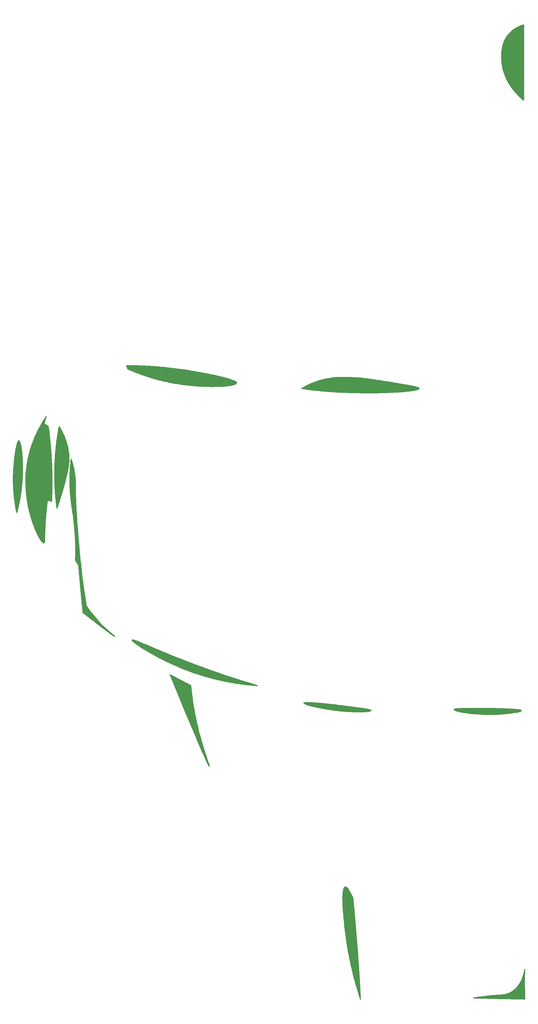
<source format=gbr>
%TF.GenerationSoftware,KiCad,Pcbnew,(6.0.2)*%
%TF.CreationDate,2022-04-02T19:10:38-07:00*%
%TF.ProjectId,DaftPunkTopLayerLeftBoard,44616674-5075-46e6-9b54-6f704c617965,rev?*%
%TF.SameCoordinates,Original*%
%TF.FileFunction,Legend,Top*%
%TF.FilePolarity,Positive*%
%FSLAX46Y46*%
G04 Gerber Fmt 4.6, Leading zero omitted, Abs format (unit mm)*
G04 Created by KiCad (PCBNEW (6.0.2)) date 2022-04-02 19:10:38*
%MOMM*%
%LPD*%
G01*
G04 APERTURE LIST*
%ADD10C,0.350000*%
%ADD11C,0.150000*%
G04 APERTURE END LIST*
D10*
X104363889Y-281668334D02*
X104101854Y-281362686D01*
X103848577Y-281060800D01*
X103603998Y-280763044D01*
X103368057Y-280469783D01*
X103140694Y-280181386D01*
X102921851Y-279898220D01*
X102609429Y-279484080D01*
X102315841Y-279083774D01*
X102040886Y-278698541D01*
X101784363Y-278329620D01*
X101546072Y-277978249D01*
X101325811Y-277645669D01*
X101188889Y-277435000D01*
X87425000Y-218513888D02*
X87535241Y-218128036D01*
X87645484Y-217742186D01*
X87755728Y-217356336D01*
X87865972Y-216970486D01*
X87976215Y-216584636D01*
X88086458Y-216198784D01*
X88130555Y-216044444D01*
X101188889Y-277435000D02*
X101123612Y-277056575D01*
X101059855Y-276682638D01*
X100997604Y-276313259D01*
X100936842Y-275948512D01*
X100877554Y-275588468D01*
X100819725Y-275233201D01*
X100763339Y-274882782D01*
X100654836Y-274196780D01*
X100551922Y-273531043D01*
X100454473Y-272886148D01*
X100362367Y-272262677D01*
X100275480Y-271661207D01*
X100193690Y-271082320D01*
X100116873Y-270526593D01*
X100044907Y-269994607D01*
X99977667Y-269486942D01*
X99915031Y-269004176D01*
X99856877Y-268546889D01*
X99803080Y-268115661D01*
X99777778Y-267910000D01*
D11*
X88000000Y-216400000D02*
X87966837Y-216445918D01*
X87966837Y-216445918D02*
X87500000Y-218500000D01*
X87500000Y-218500000D02*
X88100000Y-218600000D01*
X88100000Y-218600000D02*
X88600000Y-218866666D01*
X88600000Y-218866666D02*
X88836111Y-219219444D01*
X88836111Y-219219444D02*
X89300000Y-223000000D01*
X89300000Y-223000000D02*
X89700000Y-227500000D01*
X89700000Y-227500000D02*
X90000000Y-231600000D01*
X90000000Y-231600000D02*
X90100000Y-236700000D01*
X90100000Y-236700000D02*
X89900000Y-243400000D01*
X89900000Y-243400000D02*
X89500000Y-243300000D01*
X89500000Y-243300000D02*
X89000000Y-243200000D01*
X89000000Y-243200000D02*
X88700000Y-243300000D01*
X88700000Y-243300000D02*
X88483333Y-243561111D01*
X88483333Y-243561111D02*
X88200000Y-246300000D01*
X88200000Y-246300000D02*
X87900000Y-249600000D01*
X87900000Y-249600000D02*
X87700000Y-252700000D01*
X87700000Y-252700000D02*
X87700000Y-255300000D01*
X87700000Y-255300000D02*
X87600000Y-256500000D01*
X87600000Y-256500000D02*
X87500000Y-256800000D01*
X87500000Y-256800000D02*
X87425000Y-256966666D01*
X87425000Y-256966666D02*
X87100000Y-256800000D01*
X87100000Y-256800000D02*
X86600000Y-256300000D01*
X86600000Y-256300000D02*
X85400000Y-254300000D01*
X85400000Y-254300000D02*
X84300000Y-251600000D01*
X84300000Y-251600000D02*
X83400000Y-249300000D01*
X83400000Y-249300000D02*
X82700000Y-246700000D01*
X82700000Y-246700000D02*
X81900000Y-242600000D01*
X81900000Y-242600000D02*
X81600000Y-239100000D01*
X81600000Y-239100000D02*
X81600000Y-235100000D01*
X81600000Y-235100000D02*
X81700000Y-233600000D01*
X81700000Y-233600000D02*
X82100000Y-230600000D01*
X82100000Y-230600000D02*
X82500000Y-228900000D01*
X82500000Y-228900000D02*
X83200000Y-226300000D01*
X83200000Y-226300000D02*
X84000000Y-223800000D01*
X84000000Y-223800000D02*
X84800000Y-221900000D01*
X84800000Y-221900000D02*
X85800000Y-220100000D01*
X85800000Y-220100000D02*
X86700000Y-218200000D01*
X86700000Y-218200000D02*
X87966837Y-216445918D01*
X87966837Y-216445918D02*
X88000000Y-216300000D01*
X88000000Y-216300000D02*
X88000000Y-216400000D01*
G36*
X88000000Y-216400000D02*
G01*
X87966837Y-216445918D01*
X87500000Y-218500000D01*
X88100000Y-218600000D01*
X88600000Y-218866666D01*
X88836111Y-219219444D01*
X89300000Y-223000000D01*
X89700000Y-227500000D01*
X90000000Y-231600000D01*
X90100000Y-236700000D01*
X89900000Y-243400000D01*
X89500000Y-243300000D01*
X89000000Y-243200000D01*
X88700000Y-243300000D01*
X88483333Y-243561111D01*
X88200000Y-246300000D01*
X87900000Y-249600000D01*
X87700000Y-252700000D01*
X87700000Y-255300000D01*
X87600000Y-256500000D01*
X87500000Y-256800000D01*
X87425000Y-256966666D01*
X87100000Y-256800000D01*
X86600000Y-256300000D01*
X85400000Y-254300000D01*
X84300000Y-251600000D01*
X83400000Y-249300000D01*
X82700000Y-246700000D01*
X81900000Y-242600000D01*
X81600000Y-239100000D01*
X81600000Y-235100000D01*
X81700000Y-233600000D01*
X82100000Y-230600000D01*
X82500000Y-228900000D01*
X83200000Y-226300000D01*
X84000000Y-223800000D01*
X84800000Y-221900000D01*
X85800000Y-220100000D01*
X86700000Y-218200000D01*
X87966837Y-216445918D01*
X88000000Y-216300000D01*
X88000000Y-216400000D01*
G37*
X88000000Y-216400000D02*
X87966837Y-216445918D01*
X87500000Y-218500000D01*
X88100000Y-218600000D01*
X88600000Y-218866666D01*
X88836111Y-219219444D01*
X89300000Y-223000000D01*
X89700000Y-227500000D01*
X90000000Y-231600000D01*
X90100000Y-236700000D01*
X89900000Y-243400000D01*
X89500000Y-243300000D01*
X89000000Y-243200000D01*
X88700000Y-243300000D01*
X88483333Y-243561111D01*
X88200000Y-246300000D01*
X87900000Y-249600000D01*
X87700000Y-252700000D01*
X87700000Y-255300000D01*
X87600000Y-256500000D01*
X87500000Y-256800000D01*
X87425000Y-256966666D01*
X87100000Y-256800000D01*
X86600000Y-256300000D01*
X85400000Y-254300000D01*
X84300000Y-251600000D01*
X83400000Y-249300000D01*
X82700000Y-246700000D01*
X81900000Y-242600000D01*
X81600000Y-239100000D01*
X81600000Y-235100000D01*
X81700000Y-233600000D01*
X82100000Y-230600000D01*
X82500000Y-228900000D01*
X83200000Y-226300000D01*
X84000000Y-223800000D01*
X84800000Y-221900000D01*
X85800000Y-220100000D01*
X86700000Y-218200000D01*
X87966837Y-216445918D01*
X88000000Y-216300000D01*
X88000000Y-216400000D01*
D10*
X243000000Y-89044444D02*
X243000000Y-89805121D01*
X243000000Y-90565798D01*
X243000000Y-91326475D01*
X243000000Y-92087152D01*
X243000000Y-92847829D01*
X243000000Y-93608506D01*
X243000000Y-94369183D01*
X243000000Y-95129860D01*
X243000000Y-95890537D01*
X243000000Y-96651214D01*
X243000000Y-97411892D01*
X243000000Y-98172569D01*
X243000000Y-98933246D01*
X243000000Y-99693923D01*
X243000000Y-100454600D01*
X243000000Y-101215277D01*
X243000000Y-101975954D01*
X243000000Y-102736631D01*
X243000000Y-103497308D01*
X243000000Y-104257985D01*
X243000000Y-105018662D01*
X243000000Y-105779340D01*
X243000000Y-106540017D01*
X243000000Y-107300694D01*
X243000000Y-108061371D01*
X243000000Y-108822048D01*
X243000000Y-109582725D01*
X243000000Y-110343402D01*
X243000000Y-111104079D01*
X243000000Y-111864756D01*
X243000000Y-112625433D01*
X243000000Y-113386111D01*
X92363889Y-219219444D02*
X92297588Y-219576988D01*
X92232139Y-219938750D01*
X92167601Y-220304702D01*
X92104030Y-220674820D01*
X92041485Y-221049077D01*
X91980024Y-221427448D01*
X91919705Y-221809908D01*
X91860587Y-222196430D01*
X91802727Y-222586989D01*
X91746183Y-222981559D01*
X91691014Y-223380115D01*
X91637277Y-223782631D01*
X91585031Y-224189081D01*
X91534333Y-224599439D01*
X91485242Y-225013681D01*
X91437815Y-225431780D01*
X91392112Y-225853710D01*
X91348189Y-226279446D01*
X91306105Y-226708963D01*
X91265918Y-227142234D01*
X91227686Y-227579234D01*
X91191468Y-228019937D01*
X91157320Y-228464318D01*
X91125302Y-228912351D01*
X91095471Y-229364009D01*
X91067886Y-229819269D01*
X91042603Y-230278103D01*
X91019683Y-230740487D01*
X90999182Y-231206394D01*
X90981158Y-231675799D01*
X90965670Y-232148676D01*
X90952777Y-232625000D01*
X243400000Y-404780555D02*
X242856542Y-404769531D01*
X242315354Y-404758507D01*
X241776364Y-404747483D01*
X241239498Y-404736459D01*
X240704682Y-404725435D01*
X240171844Y-404714411D01*
X239640910Y-404703387D01*
X239111807Y-404692362D01*
X238584462Y-404681338D01*
X238058801Y-404670313D01*
X237534752Y-404659289D01*
X237012240Y-404648264D01*
X236491194Y-404637240D01*
X235971539Y-404626215D01*
X235453202Y-404615191D01*
X234936111Y-404604166D01*
X234420191Y-404593141D01*
X233905370Y-404582117D01*
X233391574Y-404571092D01*
X232878731Y-404560067D01*
X232366766Y-404549043D01*
X231855607Y-404538018D01*
X231345181Y-404526994D01*
X230835414Y-404515969D01*
X230326233Y-404504945D01*
X229817564Y-404493921D01*
X229309336Y-404482896D01*
X228801473Y-404471872D01*
X228293904Y-404460848D01*
X227786554Y-404449824D01*
X227279351Y-404438800D01*
X226772222Y-404427777D01*
X91658333Y-245677777D02*
X91793986Y-245282100D01*
X91937838Y-244856464D01*
X92089178Y-244401680D01*
X92247296Y-243918557D01*
X92356123Y-243581131D01*
X92467437Y-243231711D01*
X92581028Y-242870535D01*
X92696684Y-242497845D01*
X92814195Y-242113880D01*
X92933352Y-241718880D01*
X93053943Y-241313085D01*
X93175759Y-240896736D01*
X93298588Y-240470071D01*
X93422222Y-240033333D01*
X96250000Y-229810000D02*
X96203434Y-230203521D01*
X96155179Y-230639598D01*
X96118600Y-230993441D01*
X96082248Y-231369350D01*
X96046630Y-231766526D01*
X96012251Y-232184165D01*
X95979616Y-232621467D01*
X95949229Y-233077630D01*
X95921596Y-233551853D01*
X95897222Y-234043334D01*
X134697222Y-295772222D02*
X135548811Y-296094944D01*
X136391433Y-296411481D01*
X137224901Y-296721861D01*
X138049027Y-297026116D01*
X138863624Y-297324274D01*
X139668502Y-297616367D01*
X140463475Y-297902425D01*
X141248355Y-298182477D01*
X142022955Y-298456554D01*
X142787085Y-298724686D01*
X143540560Y-298986903D01*
X144283190Y-299243236D01*
X145014789Y-299493714D01*
X145735168Y-299738368D01*
X146444140Y-299977227D01*
X147141517Y-300210323D01*
X147827112Y-300437684D01*
X148500735Y-300659342D01*
X149162201Y-300875327D01*
X149811321Y-301085668D01*
X150447907Y-301290395D01*
X151071772Y-301489540D01*
X151682728Y-301683132D01*
X152280587Y-301871201D01*
X152865161Y-302053778D01*
X153436263Y-302230892D01*
X153993705Y-302402573D01*
X154537299Y-302568853D01*
X155066858Y-302729761D01*
X155582193Y-302885327D01*
X156083118Y-303035582D01*
X156569444Y-303180555D01*
D11*
X93300000Y-220700000D02*
X94400000Y-223500000D01*
X94400000Y-223500000D02*
X95200000Y-226200000D01*
X95200000Y-226200000D02*
X95538889Y-228500000D01*
X95538889Y-228500000D02*
X95500000Y-230500000D01*
X95500000Y-230500000D02*
X95300000Y-232700000D01*
X95300000Y-232700000D02*
X94300000Y-236800000D01*
X94300000Y-236800000D02*
X92600000Y-242800000D01*
X92600000Y-242800000D02*
X92000000Y-244800000D01*
X92000000Y-244800000D02*
X91695204Y-245156834D01*
X91695204Y-245156834D02*
X91700000Y-245200000D01*
X91700000Y-245200000D02*
X91658333Y-245200000D01*
X91658333Y-245200000D02*
X91695204Y-245156834D01*
X91695204Y-245156834D02*
X91500000Y-243400000D01*
X91500000Y-243400000D02*
X91100000Y-240100000D01*
X91100000Y-240100000D02*
X91000000Y-236200000D01*
X91000000Y-236200000D02*
X90952777Y-232625000D01*
X90952777Y-232625000D02*
X91100000Y-229300000D01*
X91100000Y-229300000D02*
X91300000Y-226600000D01*
X91300000Y-226600000D02*
X91700000Y-223600000D01*
X91700000Y-223600000D02*
X92200000Y-220200000D01*
X92200000Y-220200000D02*
X92400000Y-219400000D01*
X92400000Y-219400000D02*
X93300000Y-220700000D01*
G36*
X93300000Y-220700000D02*
G01*
X94400000Y-223500000D01*
X95200000Y-226200000D01*
X95538889Y-228500000D01*
X95500000Y-230500000D01*
X95300000Y-232700000D01*
X94300000Y-236800000D01*
X92600000Y-242800000D01*
X92000000Y-244800000D01*
X91695204Y-245156834D01*
X91700000Y-245200000D01*
X91658333Y-245200000D01*
X91695204Y-245156834D01*
X91500000Y-243400000D01*
X91100000Y-240100000D01*
X91000000Y-236200000D01*
X90952777Y-232625000D01*
X91100000Y-229300000D01*
X91300000Y-226600000D01*
X91700000Y-223600000D01*
X92200000Y-220200000D01*
X92400000Y-219400000D01*
X93300000Y-220700000D01*
G37*
X93300000Y-220700000D02*
X94400000Y-223500000D01*
X95200000Y-226200000D01*
X95538889Y-228500000D01*
X95500000Y-230500000D01*
X95300000Y-232700000D01*
X94300000Y-236800000D01*
X92600000Y-242800000D01*
X92000000Y-244800000D01*
X91695204Y-245156834D01*
X91700000Y-245200000D01*
X91658333Y-245200000D01*
X91695204Y-245156834D01*
X91500000Y-243400000D01*
X91100000Y-240100000D01*
X91000000Y-236200000D01*
X90952777Y-232625000D01*
X91100000Y-229300000D01*
X91300000Y-226600000D01*
X91700000Y-223600000D01*
X92200000Y-220200000D01*
X92400000Y-219400000D01*
X93300000Y-220700000D01*
D10*
X87425000Y-256966666D02*
X87610076Y-256624888D01*
X87651210Y-256225020D01*
X87667081Y-255865864D01*
X87677523Y-255428689D01*
X87685803Y-254910106D01*
X87695187Y-254306723D01*
X87708944Y-253615150D01*
X87718482Y-253235232D01*
X87730339Y-252831995D01*
X87744922Y-252405016D01*
X87762640Y-251953869D01*
X87783901Y-251478132D01*
X87809114Y-250977381D01*
X87838687Y-250451191D01*
X87873028Y-249899139D01*
X87912546Y-249320800D01*
X87957649Y-248715752D01*
X88008746Y-248083571D01*
X88066245Y-247423831D01*
X88130555Y-246736111D01*
X232416666Y-403722222D02*
X233063411Y-403667956D01*
X233656407Y-403622540D01*
X234200032Y-403583738D01*
X234698664Y-403549314D01*
X235156682Y-403517033D01*
X235578465Y-403484658D01*
X235968392Y-403449954D01*
X236330841Y-403410685D01*
X236832571Y-403338331D01*
X237297106Y-403243128D01*
X237739224Y-403117532D01*
X238173702Y-402953996D01*
X238615319Y-402744974D01*
X238766666Y-402663888D01*
D11*
X128500000Y-299700000D02*
X135050000Y-303180555D01*
X135050000Y-303180555D02*
X135600000Y-308100000D01*
X135600000Y-308100000D02*
X136400000Y-312500000D01*
X136400000Y-312500000D02*
X137400000Y-317200000D01*
X137400000Y-317200000D02*
X138800000Y-322300000D01*
X138800000Y-322300000D02*
X140000000Y-326000000D01*
X140000000Y-326000000D02*
X140900000Y-328800000D01*
X140900000Y-328800000D02*
X140300000Y-328000000D01*
X140300000Y-328000000D02*
X137300000Y-321200000D01*
X137300000Y-321200000D02*
X133600000Y-312300000D01*
X133600000Y-312300000D02*
X128347222Y-299500000D01*
X128347222Y-299500000D02*
X128500000Y-299700000D01*
G36*
X128500000Y-299700000D02*
G01*
X135050000Y-303180555D01*
X135600000Y-308100000D01*
X136400000Y-312500000D01*
X137400000Y-317200000D01*
X138800000Y-322300000D01*
X140000000Y-326000000D01*
X140900000Y-328800000D01*
X140300000Y-328000000D01*
X137300000Y-321200000D01*
X133600000Y-312300000D01*
X128347222Y-299500000D01*
X128500000Y-299700000D01*
G37*
X128500000Y-299700000D02*
X135050000Y-303180555D01*
X135600000Y-308100000D01*
X136400000Y-312500000D01*
X137400000Y-317200000D01*
X138800000Y-322300000D01*
X140000000Y-326000000D01*
X140900000Y-328800000D01*
X140300000Y-328000000D01*
X137300000Y-321200000D01*
X133600000Y-312300000D01*
X128347222Y-299500000D01*
X128500000Y-299700000D01*
D10*
X97308333Y-234043334D02*
X97221235Y-233545017D01*
X97128267Y-233065781D01*
X97030591Y-232606285D01*
X96929372Y-232167190D01*
X96825775Y-231749156D01*
X96720963Y-231352843D01*
X96616101Y-230978913D01*
X96512355Y-230628025D01*
X96377771Y-230197161D01*
X96250000Y-229810000D01*
X133991666Y-298241666D02*
X133045733Y-297875931D01*
X132113021Y-297501707D01*
X131194683Y-297120212D01*
X130291873Y-296732662D01*
X129405743Y-296340274D01*
X128537447Y-295944265D01*
X127688139Y-295545853D01*
X126858972Y-295146253D01*
X126051099Y-294746684D01*
X125265673Y-294348361D01*
X124503849Y-293952503D01*
X123766779Y-293560326D01*
X123055617Y-293173046D01*
X122371516Y-292791881D01*
X121715629Y-292418048D01*
X121089111Y-292052764D01*
X120493113Y-291697246D01*
X119928790Y-291352710D01*
X119397296Y-291020374D01*
X118899782Y-290701454D01*
X118437404Y-290397168D01*
X118011313Y-290108733D01*
X117622664Y-289837365D01*
X117272610Y-289584281D01*
X116962305Y-289350699D01*
X116465551Y-288946907D01*
X116141632Y-288635724D01*
X116000000Y-288363888D01*
X156569444Y-303180555D02*
X156040555Y-303140984D01*
X155497564Y-303096849D01*
X154940740Y-303047865D01*
X154370353Y-302993748D01*
X153786675Y-302934215D01*
X153189976Y-302868981D01*
X152580526Y-302797762D01*
X151958596Y-302720274D01*
X151324456Y-302636234D01*
X150678377Y-302545358D01*
X150020630Y-302447360D01*
X149351485Y-302341959D01*
X148671213Y-302228869D01*
X147980084Y-302107806D01*
X147278368Y-301978487D01*
X146566337Y-301840628D01*
X145844261Y-301693944D01*
X145112410Y-301538152D01*
X144371055Y-301372967D01*
X143620466Y-301198107D01*
X142860915Y-301013286D01*
X142092671Y-300818221D01*
X141316005Y-300612628D01*
X140531188Y-300396222D01*
X139738489Y-300168721D01*
X138938181Y-299929839D01*
X138130533Y-299679293D01*
X137315816Y-299416800D01*
X136494300Y-299142074D01*
X135666256Y-298854832D01*
X134831954Y-298554791D01*
X133991666Y-298241666D01*
X138577777Y-321525000D02*
X138700741Y-321940879D01*
X138823331Y-322349112D01*
X138945287Y-322749346D01*
X139066351Y-323141226D01*
X139186267Y-323524398D01*
X139304775Y-323898510D01*
X139421619Y-324263207D01*
X139536539Y-324618136D01*
X139649279Y-324962942D01*
X139759580Y-325297272D01*
X139971835Y-325933090D01*
X140171239Y-326522758D01*
X140355732Y-327063448D01*
X140523247Y-327552328D01*
X140671724Y-327986569D01*
X140799099Y-328363341D01*
X140946080Y-328814553D01*
X141048940Y-329188613D01*
X141047222Y-329286111D01*
X180911111Y-207930555D02*
X180427829Y-207896910D01*
X179925253Y-207859920D01*
X179403688Y-207819375D01*
X178863435Y-207775061D01*
X178304800Y-207726767D01*
X177728085Y-207674281D01*
X177133594Y-207617391D01*
X176521631Y-207555884D01*
X175892498Y-207489550D01*
X175246500Y-207418176D01*
X174583940Y-207341549D01*
X173905121Y-207259459D01*
X173210348Y-207171694D01*
X172857073Y-207125616D01*
X172499923Y-207078040D01*
X172138936Y-207028939D01*
X171774150Y-206978287D01*
X171405603Y-206926056D01*
X171033333Y-206872222D01*
X226772222Y-404427777D02*
X227208258Y-404358606D01*
X227634365Y-404293362D01*
X228050292Y-404231920D01*
X228455788Y-404174156D01*
X228850602Y-404119943D01*
X229234482Y-404069156D01*
X229607177Y-404021672D01*
X229968436Y-403977363D01*
X230318007Y-403936105D01*
X230819902Y-403879666D01*
X231294087Y-403829388D01*
X231739715Y-403784849D01*
X232155938Y-403745625D01*
X232416666Y-403722222D01*
X198902777Y-204755555D02*
X199533287Y-204858508D01*
X200143778Y-204958275D01*
X200734247Y-205054936D01*
X201304690Y-205148573D01*
X201855103Y-205239267D01*
X202385484Y-205327099D01*
X202895829Y-205412150D01*
X203386136Y-205494501D01*
X203856400Y-205574234D01*
X204306619Y-205651430D01*
X204736789Y-205726170D01*
X205146907Y-205798536D01*
X205536969Y-205868608D01*
X205906973Y-205936468D01*
X206256916Y-206002196D01*
X206896602Y-206127585D01*
X207456003Y-206245424D01*
X207935091Y-206356363D01*
X208333841Y-206461052D01*
X208781275Y-206607786D01*
X209096427Y-206787620D01*
X209133333Y-206872222D01*
X189025000Y-388200000D02*
X188985765Y-387682810D01*
X188946203Y-387166263D01*
X188906314Y-386650360D01*
X188866101Y-386135102D01*
X188825564Y-385620489D01*
X188784706Y-385106522D01*
X188743526Y-384593201D01*
X188702027Y-384080527D01*
X188660211Y-383568502D01*
X188618078Y-383057124D01*
X188575629Y-382546396D01*
X188532867Y-382036318D01*
X188489793Y-381526890D01*
X188446408Y-381018113D01*
X188402713Y-380509988D01*
X188358710Y-380002516D01*
X188314400Y-379495696D01*
X188269785Y-378989530D01*
X188224866Y-378484019D01*
X188179644Y-377979163D01*
X188134121Y-377474962D01*
X188088299Y-376971418D01*
X188042177Y-376468531D01*
X187995759Y-375966301D01*
X187949046Y-375464730D01*
X187902038Y-374963818D01*
X187854737Y-374463566D01*
X187807144Y-373963973D01*
X187759262Y-373465042D01*
X187711091Y-372966773D01*
X187662633Y-372469166D01*
X187613889Y-371972222D01*
X171738889Y-308825000D02*
X172200087Y-308686330D01*
X172716634Y-308668656D01*
X173392818Y-308680781D01*
X173783510Y-308696930D01*
X174205394Y-308719223D01*
X174655564Y-308747225D01*
X175131114Y-308780501D01*
X175629140Y-308818615D01*
X176146734Y-308861133D01*
X176680992Y-308907619D01*
X177229008Y-308957638D01*
X177787876Y-309010755D01*
X178354690Y-309066535D01*
X178926544Y-309124542D01*
X179500533Y-309184341D01*
X180073751Y-309245498D01*
X180643292Y-309307577D01*
X181206251Y-309370142D01*
X181759721Y-309432759D01*
X182300798Y-309494993D01*
X182826575Y-309556408D01*
X183334146Y-309616568D01*
X183820606Y-309675040D01*
X184283050Y-309731388D01*
X184718571Y-309785176D01*
X185124263Y-309835969D01*
X185497222Y-309883333D01*
D11*
X243000000Y-113200000D02*
X242800000Y-113400000D01*
X242800000Y-113400000D02*
X242800000Y-113386111D01*
X242800000Y-113386111D02*
X241700000Y-112300000D01*
X241700000Y-112300000D02*
X239825000Y-110211111D01*
X239825000Y-110211111D02*
X238100000Y-107700000D01*
X238100000Y-107700000D02*
X236800000Y-105100000D01*
X236800000Y-105100000D02*
X236300000Y-103300000D01*
X236300000Y-103300000D02*
X235900000Y-100900000D01*
X235900000Y-100900000D02*
X235944444Y-98600000D01*
X235944444Y-98600000D02*
X236100000Y-96300000D01*
X236100000Y-96300000D02*
X236800000Y-94200000D01*
X236800000Y-94200000D02*
X237900000Y-92400000D01*
X237900000Y-92400000D02*
X239300000Y-91100000D01*
X239300000Y-91100000D02*
X240400000Y-90100000D01*
X240400000Y-90100000D02*
X242400000Y-89300000D01*
X242400000Y-89300000D02*
X243000000Y-89044444D01*
X243000000Y-89044444D02*
X243000000Y-113200000D01*
G36*
X243000000Y-113200000D02*
G01*
X242800000Y-113400000D01*
X242800000Y-113386111D01*
X241700000Y-112300000D01*
X239825000Y-110211111D01*
X238100000Y-107700000D01*
X236800000Y-105100000D01*
X236300000Y-103300000D01*
X235900000Y-100900000D01*
X235944444Y-98600000D01*
X236100000Y-96300000D01*
X236800000Y-94200000D01*
X237900000Y-92400000D01*
X239300000Y-91100000D01*
X240400000Y-90100000D01*
X242400000Y-89300000D01*
X243000000Y-89044444D01*
X243000000Y-113200000D01*
G37*
X243000000Y-113200000D02*
X242800000Y-113400000D01*
X242800000Y-113386111D01*
X241700000Y-112300000D01*
X239825000Y-110211111D01*
X238100000Y-107700000D01*
X236800000Y-105100000D01*
X236300000Y-103300000D01*
X235900000Y-100900000D01*
X235944444Y-98600000D01*
X236100000Y-96300000D01*
X236800000Y-94200000D01*
X237900000Y-92400000D01*
X239300000Y-91100000D01*
X240400000Y-90100000D01*
X242400000Y-89300000D01*
X243000000Y-89044444D01*
X243000000Y-113200000D01*
D10*
X242294444Y-311294444D02*
X241856056Y-311083651D01*
X241354833Y-310996266D01*
X240701095Y-310919888D01*
X240325354Y-310885592D01*
X239921470Y-310853766D01*
X239492771Y-310824318D01*
X239042586Y-310797152D01*
X238574244Y-310772176D01*
X238091073Y-310749295D01*
X237596401Y-310728416D01*
X237093558Y-310709445D01*
X236585871Y-310692288D01*
X236076669Y-310676852D01*
X235569281Y-310663042D01*
X235067036Y-310650765D01*
X234573261Y-310639927D01*
X234091286Y-310630435D01*
X233624438Y-310622195D01*
X233176047Y-310615112D01*
X232749441Y-310609094D01*
X232347949Y-310604046D01*
X231974898Y-310599875D01*
X231327438Y-310593788D01*
X230833688Y-310590082D01*
X230652777Y-310588888D01*
X182675000Y-311294444D02*
X182151234Y-311234076D01*
X181629526Y-311169335D01*
X181110844Y-311100550D01*
X180596157Y-311028049D01*
X180086433Y-310952161D01*
X179582640Y-310873216D01*
X179085748Y-310791543D01*
X178596724Y-310707470D01*
X178116538Y-310621325D01*
X177646157Y-310533439D01*
X177186550Y-310444140D01*
X176738686Y-310353757D01*
X176303533Y-310262619D01*
X175882060Y-310171055D01*
X175475235Y-310079394D01*
X175084027Y-309987964D01*
X174709405Y-309897095D01*
X174352336Y-309807115D01*
X173694733Y-309631140D01*
X173118968Y-309462670D01*
X172632789Y-309304337D01*
X172243943Y-309158772D01*
X171860124Y-308970121D01*
X171738889Y-308825000D01*
X88130555Y-216044444D02*
X87923669Y-216352036D01*
X87710802Y-216675017D01*
X87492606Y-217013277D01*
X87269733Y-217366705D01*
X87042836Y-217735194D01*
X86812568Y-218118633D01*
X86579582Y-218516914D01*
X86344529Y-218929927D01*
X86108064Y-219357563D01*
X85870839Y-219799713D01*
X85633505Y-220256267D01*
X85396717Y-220727116D01*
X85161127Y-221212150D01*
X84927387Y-221711262D01*
X84696150Y-222224340D01*
X84468068Y-222751277D01*
X84243796Y-223291962D01*
X84023984Y-223846287D01*
X83809286Y-224414142D01*
X83600355Y-224995418D01*
X83397843Y-225590005D01*
X83202404Y-226197794D01*
X83014688Y-226818677D01*
X82835350Y-227452543D01*
X82665042Y-228099284D01*
X82504417Y-228758790D01*
X82354128Y-229430952D01*
X82214826Y-230115661D01*
X82087165Y-230812807D01*
X81971798Y-231522281D01*
X81869377Y-232243974D01*
X81780555Y-232977777D01*
X99777778Y-267910000D02*
X99683336Y-267126168D01*
X99587904Y-266308902D01*
X99491764Y-265460770D01*
X99395196Y-264584340D01*
X99298483Y-263682181D01*
X99201905Y-262756860D01*
X99105746Y-261810945D01*
X99010285Y-260847006D01*
X98915805Y-259867610D01*
X98822588Y-258875325D01*
X98730914Y-257872719D01*
X98641066Y-256862361D01*
X98553325Y-255846819D01*
X98467972Y-254828661D01*
X98385290Y-253810455D01*
X98305560Y-252794770D01*
X98229064Y-251784173D01*
X98156082Y-250781233D01*
X98086897Y-249788518D01*
X98021790Y-248808597D01*
X97961043Y-247844036D01*
X97904938Y-246897405D01*
X97853755Y-245971272D01*
X97807777Y-245068205D01*
X97767286Y-244190772D01*
X97732562Y-243341541D01*
X97703887Y-242523080D01*
X97681544Y-241737959D01*
X97665812Y-240988744D01*
X97656976Y-240278004D01*
X97655314Y-239608308D01*
X97661111Y-238982223D01*
X97661111Y-262400000D02*
X97823594Y-262752343D01*
X98019043Y-263133996D01*
X98202958Y-263458886D01*
X98403868Y-263786718D01*
X98603896Y-264103649D01*
X98719445Y-264300000D01*
X220422222Y-310941666D02*
X220751917Y-311190087D01*
X221160421Y-311336982D01*
X221717748Y-311492764D01*
X222413688Y-311652755D01*
X222810447Y-311732867D01*
X223238030Y-311812278D01*
X223695161Y-311890402D01*
X224180563Y-311966656D01*
X224692960Y-312040454D01*
X225231077Y-312111211D01*
X225793635Y-312178344D01*
X226379361Y-312241267D01*
X226986976Y-312299396D01*
X227615204Y-312352146D01*
X228262770Y-312398932D01*
X228928397Y-312439170D01*
X229610808Y-312472275D01*
X230308727Y-312497663D01*
X231020879Y-312514749D01*
X231745986Y-312522948D01*
X232482772Y-312521675D01*
X233229961Y-312510346D01*
X233986277Y-312488377D01*
X234750443Y-312455182D01*
X235521184Y-312410176D01*
X236297222Y-312352777D01*
X80369444Y-236505555D02*
X80401818Y-235930393D01*
X80428106Y-235353982D01*
X80448493Y-234777598D01*
X80463167Y-234202515D01*
X80472312Y-233630008D01*
X80476117Y-233061353D01*
X80474767Y-232497825D01*
X80468449Y-231940699D01*
X80457350Y-231391249D01*
X80441655Y-230850752D01*
X80421551Y-230320482D01*
X80397224Y-229801714D01*
X80368862Y-229295723D01*
X80336650Y-228803786D01*
X80300775Y-228327176D01*
X80261424Y-227867169D01*
X80218782Y-227425040D01*
X80173036Y-227002064D01*
X80124374Y-226599516D01*
X80072980Y-226218672D01*
X80019042Y-225860806D01*
X79904278Y-225219111D01*
X79781573Y-224684631D01*
X79652420Y-224267569D01*
X79449861Y-223884446D01*
X79311111Y-223805555D01*
X135050000Y-303180555D02*
X135090979Y-303604976D01*
X135134976Y-304040543D01*
X135182136Y-304487102D01*
X135232605Y-304944497D01*
X135286527Y-305412576D01*
X135344047Y-305891183D01*
X135405311Y-306380165D01*
X135470463Y-306879366D01*
X135539649Y-307388633D01*
X135613013Y-307907811D01*
X135690701Y-308436747D01*
X135772857Y-308975285D01*
X135859628Y-309523272D01*
X135951157Y-310080552D01*
X136047589Y-310646973D01*
X136149071Y-311222379D01*
X136255746Y-311806616D01*
X136367761Y-312399530D01*
X136485259Y-313000967D01*
X136608386Y-313610773D01*
X136737288Y-314228792D01*
X136872108Y-314854871D01*
X137012993Y-315488855D01*
X137160087Y-316130591D01*
X137313535Y-316779923D01*
X137473483Y-317436698D01*
X137640075Y-318100761D01*
X137813456Y-318771958D01*
X137993772Y-319450135D01*
X138181167Y-320135137D01*
X138375787Y-320826810D01*
X138577777Y-321525000D01*
D11*
X243400000Y-404780555D02*
X232700000Y-404600000D01*
X232700000Y-404600000D02*
X227600000Y-404400000D01*
X227600000Y-404400000D02*
X228700000Y-404200000D01*
X228700000Y-404200000D02*
X230900000Y-403900000D01*
X230900000Y-403900000D02*
X234000000Y-403600000D01*
X234000000Y-403600000D02*
X235700000Y-403600000D01*
X235700000Y-403600000D02*
X236500000Y-403400000D01*
X236500000Y-403400000D02*
X237700000Y-403200000D01*
X237700000Y-403200000D02*
X238600000Y-402800000D01*
X238600000Y-402800000D02*
X239700000Y-402100000D01*
X239700000Y-402100000D02*
X240800000Y-401200000D01*
X240800000Y-401200000D02*
X241500000Y-400200000D01*
X241500000Y-400200000D02*
X242300000Y-399000000D01*
X242300000Y-399000000D02*
X242800000Y-397400000D01*
X242800000Y-397400000D02*
X243400000Y-395200000D01*
X243400000Y-395200000D02*
X243400000Y-404780555D01*
G36*
X243400000Y-404780555D02*
G01*
X232700000Y-404600000D01*
X227600000Y-404400000D01*
X228700000Y-404200000D01*
X230900000Y-403900000D01*
X234000000Y-403600000D01*
X235700000Y-403600000D01*
X236500000Y-403400000D01*
X237700000Y-403200000D01*
X238600000Y-402800000D01*
X239700000Y-402100000D01*
X240800000Y-401200000D01*
X241500000Y-400200000D01*
X242300000Y-399000000D01*
X242800000Y-397400000D01*
X243400000Y-395200000D01*
X243400000Y-404780555D01*
G37*
X243400000Y-404780555D02*
X232700000Y-404600000D01*
X227600000Y-404400000D01*
X228700000Y-404200000D01*
X230900000Y-403900000D01*
X234000000Y-403600000D01*
X235700000Y-403600000D01*
X236500000Y-403400000D01*
X237700000Y-403200000D01*
X238600000Y-402800000D01*
X239700000Y-402100000D01*
X240800000Y-401200000D01*
X241500000Y-400200000D01*
X242300000Y-399000000D01*
X242800000Y-397400000D01*
X243400000Y-395200000D01*
X243400000Y-404780555D01*
D10*
X99700000Y-275165000D02*
X99753720Y-275644630D01*
X99802813Y-276108057D01*
X99847924Y-276555993D01*
X99889697Y-276989148D01*
X99928778Y-277408235D01*
X99965814Y-277813965D01*
X100001448Y-278207050D01*
X100036328Y-278588200D01*
X100071097Y-278958128D01*
X100106402Y-279317544D01*
X100130556Y-279551667D01*
X179500000Y-203697222D02*
X179997441Y-203608406D01*
X180482016Y-203532038D01*
X180956127Y-203467357D01*
X181422177Y-203413604D01*
X181882572Y-203370020D01*
X182339715Y-203335845D01*
X182796009Y-203310318D01*
X183253859Y-203292681D01*
X183715668Y-203282174D01*
X184183840Y-203278036D01*
X184660779Y-203279510D01*
X185148889Y-203285833D01*
X185650573Y-203296248D01*
X186168235Y-203309995D01*
X186704280Y-203326313D01*
X187261111Y-203344444D01*
X95897222Y-234043334D02*
X95874212Y-234619343D01*
X95857525Y-235184604D01*
X95846893Y-235739318D01*
X95842043Y-236283690D01*
X95842705Y-236817923D01*
X95848608Y-237342222D01*
X95859483Y-237856790D01*
X95875058Y-238361831D01*
X95895064Y-238857549D01*
X95919228Y-239344146D01*
X95947282Y-239821828D01*
X95978953Y-240290798D01*
X96013973Y-240751260D01*
X96052069Y-241203416D01*
X96092972Y-241647472D01*
X96136411Y-242083632D01*
X96182116Y-242512097D01*
X96229815Y-242933073D01*
X96279239Y-243346764D01*
X96330116Y-243753372D01*
X96382177Y-244153102D01*
X96435150Y-244546158D01*
X96488766Y-244932743D01*
X96542753Y-245313061D01*
X96596840Y-245687315D01*
X96650759Y-246055711D01*
X96704237Y-246418450D01*
X96757004Y-246775738D01*
X96808790Y-247127777D01*
X96859325Y-247474772D01*
X96955556Y-248154445D01*
X141047222Y-329286111D02*
X140777585Y-328867823D01*
X140549206Y-328407379D01*
X140240169Y-327749879D01*
X140052948Y-327341076D01*
X139842615Y-326875620D01*
X139608188Y-326351050D01*
X139348686Y-325764901D01*
X139063125Y-325114712D01*
X138750523Y-324398020D01*
X138409899Y-323612361D01*
X138040269Y-322755273D01*
X137640651Y-321824293D01*
X137210064Y-320816959D01*
X136747524Y-319730807D01*
X136252050Y-318563375D01*
X135722659Y-317312200D01*
X135158369Y-315974820D01*
X134558198Y-314548771D01*
X133921163Y-313031590D01*
X133246282Y-311420816D01*
X132532572Y-309713984D01*
X131779052Y-307908633D01*
X130984740Y-306002300D01*
X130148652Y-303992521D01*
X129269807Y-301876834D01*
X128347222Y-299652777D01*
X193611111Y-311294444D02*
X193225702Y-311467970D01*
X192878390Y-311525932D01*
X192432210Y-311576004D01*
X191894829Y-311617290D01*
X191273915Y-311648891D01*
X190577135Y-311669910D01*
X190202692Y-311676171D01*
X189812158Y-311679449D01*
X189406491Y-311679633D01*
X188986651Y-311676610D01*
X188553595Y-311670269D01*
X188108282Y-311660496D01*
X187651670Y-311647179D01*
X187184719Y-311630208D01*
X186708386Y-311609468D01*
X186223629Y-311584848D01*
X185731408Y-311556236D01*
X185232681Y-311523520D01*
X184728406Y-311486587D01*
X184219542Y-311445325D01*
X183707048Y-311399622D01*
X183191880Y-311349366D01*
X182675000Y-311294444D01*
X79311111Y-223805555D02*
X79040716Y-224057907D01*
X78833297Y-224557656D01*
X78695213Y-225019858D01*
X78558776Y-225573580D01*
X78425265Y-226208789D01*
X78360006Y-226553815D01*
X78295957Y-226915449D01*
X78233280Y-227292438D01*
X78172133Y-227683526D01*
X78112676Y-228087460D01*
X78055068Y-228502985D01*
X77999471Y-228928847D01*
X77946043Y-229363792D01*
X77894944Y-229806565D01*
X77846335Y-230255911D01*
X77800374Y-230710577D01*
X77757222Y-231169309D01*
X77717038Y-231630851D01*
X77679983Y-232093949D01*
X77646215Y-232557350D01*
X77615896Y-233019798D01*
X77589184Y-233480040D01*
X77566239Y-233936822D01*
X77547222Y-234388888D01*
X114588889Y-200522222D02*
X114467622Y-200158419D01*
X114346352Y-199794617D01*
X114236111Y-199463888D01*
X239825000Y-110211111D02*
X239493645Y-109783207D01*
X239238170Y-109440711D01*
X238961436Y-109053217D01*
X238668924Y-108621394D01*
X238366119Y-108145912D01*
X238058502Y-107627443D01*
X237751556Y-107066656D01*
X237450765Y-106464221D01*
X237161612Y-105820810D01*
X237023113Y-105483947D01*
X236889579Y-105137091D01*
X236761696Y-104780326D01*
X236640150Y-104413736D01*
X236525624Y-104037405D01*
X236418806Y-103651415D01*
X236320380Y-103255852D01*
X236231032Y-102850798D01*
X236151447Y-102436338D01*
X236082310Y-102012556D01*
X236024307Y-101579535D01*
X235978123Y-101137358D01*
X235944444Y-100686111D01*
X187261111Y-203344444D02*
X187662602Y-203359133D01*
X188078412Y-203377814D01*
X188514790Y-203401731D01*
X188977986Y-203432130D01*
X189474249Y-203470254D01*
X190009826Y-203517349D01*
X190590969Y-203574660D01*
X191223926Y-203643431D01*
X191914945Y-203724907D01*
X192284182Y-203770799D01*
X192670277Y-203820333D01*
X193074013Y-203873667D01*
X193496170Y-203930955D01*
X193937530Y-203992353D01*
X194398874Y-204058016D01*
X194880983Y-204128100D01*
X195384637Y-204202761D01*
X195910619Y-204282155D01*
X196459709Y-204366437D01*
X197032689Y-204455762D01*
X197630339Y-204550286D01*
X198253442Y-204650165D01*
X198902777Y-204755555D01*
X93422222Y-240033333D02*
X93551252Y-239573502D01*
X93676189Y-239127762D01*
X93797037Y-238695606D01*
X93913800Y-238276531D01*
X94026481Y-237870031D01*
X94135084Y-237475602D01*
X94239612Y-237092738D01*
X94340068Y-236720933D01*
X94436457Y-236359685D01*
X94528782Y-236008486D01*
X94617046Y-235666833D01*
X94781406Y-235010143D01*
X94929567Y-234385575D01*
X95061557Y-233789088D01*
X95177404Y-233216643D01*
X95277136Y-232664201D01*
X95360782Y-232127721D01*
X95428371Y-231603163D01*
X95479930Y-231086488D01*
X95515489Y-230573656D01*
X95535076Y-230060627D01*
X95538889Y-229802777D01*
X209133333Y-206872222D02*
X208731681Y-207180527D01*
X208265784Y-207321654D01*
X207646637Y-207453870D01*
X207285095Y-207516583D01*
X206891840Y-207577004D01*
X206469072Y-207635113D01*
X206018991Y-207690887D01*
X205543798Y-207744305D01*
X205045690Y-207795347D01*
X204526870Y-207843990D01*
X203989536Y-207890214D01*
X203435888Y-207933996D01*
X202868127Y-207975317D01*
X202288451Y-208014154D01*
X201699062Y-208050486D01*
X201102158Y-208084292D01*
X200499940Y-208115550D01*
X199894607Y-208144240D01*
X199288360Y-208170339D01*
X198683399Y-208193827D01*
X198081922Y-208214682D01*
X197486131Y-208232884D01*
X196898224Y-208248409D01*
X196320402Y-208261239D01*
X195754865Y-208271350D01*
X195203812Y-208278721D01*
X194669444Y-208283333D01*
X241941666Y-399488888D02*
X242150276Y-399093011D01*
X242337053Y-398707560D01*
X242503319Y-398333954D01*
X242650396Y-397973610D01*
X242779607Y-397627945D01*
X242942818Y-397140075D01*
X243073269Y-396693209D01*
X243175423Y-396292133D01*
X243253745Y-395941632D01*
X243328815Y-395561241D01*
X243400000Y-395200000D01*
X89894444Y-243561111D02*
X89911207Y-243195680D01*
X89927065Y-242828121D01*
X89941998Y-242458444D01*
X89955991Y-242086659D01*
X89969025Y-241712775D01*
X89981083Y-241336803D01*
X89992147Y-240958753D01*
X90002200Y-240578634D01*
X90011223Y-240196457D01*
X90019201Y-239812231D01*
X90026114Y-239425967D01*
X90031946Y-239037674D01*
X90036679Y-238647362D01*
X90040295Y-238255041D01*
X90042777Y-237860722D01*
X90044108Y-237464414D01*
X90044269Y-237066126D01*
X90043243Y-236665870D01*
X90041013Y-236263655D01*
X90037561Y-235859491D01*
X90032870Y-235453387D01*
X90026921Y-235045355D01*
X90019698Y-234635403D01*
X90011183Y-234223541D01*
X90001359Y-233809781D01*
X89990207Y-233394131D01*
X89977711Y-232976601D01*
X89963852Y-232557203D01*
X89948613Y-232135944D01*
X89931977Y-231712836D01*
X89913927Y-231287888D01*
X89894444Y-230861111D01*
X132933333Y-200875000D02*
X133522276Y-200964231D01*
X134136317Y-201059929D01*
X134772561Y-201161726D01*
X135428112Y-201269253D01*
X136100075Y-201382140D01*
X136785553Y-201500019D01*
X137481653Y-201622520D01*
X138185478Y-201749275D01*
X138894132Y-201879915D01*
X139604721Y-202014071D01*
X140314349Y-202151373D01*
X141020120Y-202291454D01*
X141719139Y-202433944D01*
X142408511Y-202578475D01*
X143085340Y-202724676D01*
X143746731Y-202872181D01*
X144389787Y-203020618D01*
X145011615Y-203169620D01*
X145609317Y-203318818D01*
X146180000Y-203467842D01*
X146720766Y-203616325D01*
X147228722Y-203763896D01*
X147700971Y-203910187D01*
X148134618Y-204054829D01*
X148526767Y-204197453D01*
X148874524Y-204337691D01*
X149425276Y-204609529D01*
X149763711Y-204867394D01*
X149866666Y-205108333D01*
X193258333Y-208283333D02*
X192683197Y-208281609D01*
X192074508Y-208279324D01*
X191433841Y-208276018D01*
X190762768Y-208271230D01*
X190062864Y-208264499D01*
X189702591Y-208260262D01*
X189335701Y-208255366D01*
X188962390Y-208249754D01*
X188582855Y-208243369D01*
X188197292Y-208236153D01*
X187805898Y-208228048D01*
X187408870Y-208218997D01*
X187006405Y-208208942D01*
X186598698Y-208197826D01*
X186185948Y-208185592D01*
X185768350Y-208172181D01*
X185346102Y-208157536D01*
X184919400Y-208141599D01*
X184488440Y-208124314D01*
X184053420Y-208105621D01*
X183614537Y-208085465D01*
X183171986Y-208063787D01*
X182725965Y-208040529D01*
X182276670Y-208015635D01*
X181824298Y-207989046D01*
X181369046Y-207960705D01*
X180911111Y-207930555D01*
X98719445Y-264300000D02*
X98772296Y-264918326D01*
X98825721Y-265548408D01*
X98879839Y-266189461D01*
X98934765Y-266840703D01*
X98990620Y-267501348D01*
X99047520Y-268170615D01*
X99105584Y-268847718D01*
X99164930Y-269531875D01*
X99225676Y-270222301D01*
X99287939Y-270918212D01*
X99319677Y-271267981D01*
X99351838Y-271618826D01*
X99384438Y-271970652D01*
X99417491Y-272323359D01*
X99451012Y-272676850D01*
X99485015Y-273031026D01*
X99519516Y-273385790D01*
X99554530Y-273741044D01*
X99590070Y-274096690D01*
X99626152Y-274452630D01*
X99662790Y-274808766D01*
X99700000Y-275165000D01*
X96955556Y-248154445D02*
X97045932Y-248831165D01*
X97090525Y-249182280D01*
X97134563Y-249541707D01*
X97177929Y-249909304D01*
X97220502Y-250284928D01*
X97262165Y-250668435D01*
X97302799Y-251059683D01*
X97342286Y-251458528D01*
X97380507Y-251864828D01*
X97417343Y-252278440D01*
X97452676Y-252699220D01*
X97486387Y-253127026D01*
X97518359Y-253561714D01*
X97548471Y-254003142D01*
X97576606Y-254451166D01*
X97602645Y-254905644D01*
X97626470Y-255366433D01*
X97647962Y-255833389D01*
X97667002Y-256306370D01*
X97683472Y-256785232D01*
X97697254Y-257269833D01*
X97708228Y-257760029D01*
X97716276Y-258255678D01*
X97721281Y-258756636D01*
X97723122Y-259262761D01*
X97721682Y-259773909D01*
X97716842Y-260289938D01*
X97708483Y-260810705D01*
X97696487Y-261336066D01*
X97680736Y-261865878D01*
X97661111Y-262400000D01*
X149866666Y-205108333D02*
X149600468Y-205409129D01*
X149176264Y-205589358D01*
X148571189Y-205751175D01*
X148205251Y-205824596D01*
X147799406Y-205892717D01*
X147355425Y-205955303D01*
X146875077Y-206012122D01*
X146360133Y-206062942D01*
X145812364Y-206107530D01*
X145233538Y-206145653D01*
X144625427Y-206177079D01*
X143989801Y-206201574D01*
X143328430Y-206218907D01*
X142643085Y-206228844D01*
X141935534Y-206231152D01*
X141207550Y-206225600D01*
X140460901Y-206211954D01*
X139697358Y-206189981D01*
X138918692Y-206159449D01*
X138126673Y-206120126D01*
X137323070Y-206071778D01*
X136509654Y-206014173D01*
X135688196Y-205947078D01*
X134860465Y-205870260D01*
X134028232Y-205783487D01*
X133193267Y-205686527D01*
X132357340Y-205579145D01*
X131522222Y-205461111D01*
X97661111Y-238982223D02*
X97666199Y-238608913D01*
X97666361Y-238186131D01*
X97660506Y-237802079D01*
X97646887Y-237364520D01*
X97623127Y-236876954D01*
X97600480Y-236525858D01*
X97571565Y-236155131D01*
X97535679Y-235765809D01*
X97492117Y-235358931D01*
X97440174Y-234935534D01*
X97379148Y-234496656D01*
X97308333Y-234043334D01*
X88483333Y-243561111D02*
X88704343Y-243287045D01*
X88836111Y-243208333D01*
X187613889Y-371972222D02*
X187462029Y-371637727D01*
X187306150Y-371303653D01*
X187147044Y-370973165D01*
X186985499Y-370649432D01*
X186822306Y-370335621D01*
X186576156Y-369890438D01*
X186330744Y-369485395D01*
X186088736Y-369131184D01*
X185852800Y-368838495D01*
X185552274Y-368562420D01*
X185208094Y-368436459D01*
X185144444Y-368444444D01*
D11*
X117300000Y-288700000D02*
X121200000Y-290200000D01*
X121200000Y-290200000D02*
X124500000Y-291600000D01*
X124500000Y-291600000D02*
X128000000Y-293100000D01*
X128000000Y-293100000D02*
X131300000Y-294400000D01*
X131300000Y-294400000D02*
X137700000Y-296900000D01*
X137700000Y-296900000D02*
X143500000Y-299000000D01*
X143500000Y-299000000D02*
X148900000Y-300800000D01*
X148900000Y-300800000D02*
X154000000Y-302400000D01*
X154000000Y-302400000D02*
X155887742Y-302996129D01*
X155887742Y-302996129D02*
X156000000Y-303000000D01*
X156000000Y-303000000D02*
X155900000Y-303000000D01*
X155900000Y-303000000D02*
X155887742Y-302996129D01*
X155887742Y-302996129D02*
X153100000Y-302900000D01*
X153100000Y-302900000D02*
X147000000Y-302000000D01*
X147000000Y-302000000D02*
X141100000Y-300600000D01*
X141100000Y-300600000D02*
X138000000Y-299600000D01*
X138000000Y-299600000D02*
X134700000Y-298600000D01*
X134700000Y-298600000D02*
X130600000Y-296900000D01*
X130600000Y-296900000D02*
X125600000Y-294500000D01*
X125600000Y-294500000D02*
X121500000Y-292300000D01*
X121500000Y-292300000D02*
X119100000Y-290900000D01*
X119100000Y-290900000D02*
X116800000Y-289200000D01*
X116800000Y-289200000D02*
X116000000Y-288500000D01*
X116000000Y-288500000D02*
X116400000Y-288300000D01*
X116400000Y-288300000D02*
X117300000Y-288700000D01*
G36*
X117300000Y-288700000D02*
G01*
X121200000Y-290200000D01*
X124500000Y-291600000D01*
X128000000Y-293100000D01*
X131300000Y-294400000D01*
X137700000Y-296900000D01*
X143500000Y-299000000D01*
X148900000Y-300800000D01*
X154000000Y-302400000D01*
X155887742Y-302996129D01*
X156000000Y-303000000D01*
X155900000Y-303000000D01*
X155887742Y-302996129D01*
X153100000Y-302900000D01*
X147000000Y-302000000D01*
X141100000Y-300600000D01*
X138000000Y-299600000D01*
X134700000Y-298600000D01*
X130600000Y-296900000D01*
X125600000Y-294500000D01*
X121500000Y-292300000D01*
X119100000Y-290900000D01*
X116800000Y-289200000D01*
X116000000Y-288500000D01*
X116400000Y-288300000D01*
X117300000Y-288700000D01*
G37*
X117300000Y-288700000D02*
X121200000Y-290200000D01*
X124500000Y-291600000D01*
X128000000Y-293100000D01*
X131300000Y-294400000D01*
X137700000Y-296900000D01*
X143500000Y-299000000D01*
X148900000Y-300800000D01*
X154000000Y-302400000D01*
X155887742Y-302996129D01*
X156000000Y-303000000D01*
X155900000Y-303000000D01*
X155887742Y-302996129D01*
X153100000Y-302900000D01*
X147000000Y-302000000D01*
X141100000Y-300600000D01*
X138000000Y-299600000D01*
X134700000Y-298600000D01*
X130600000Y-296900000D01*
X125600000Y-294500000D01*
X121500000Y-292300000D01*
X119100000Y-290900000D01*
X116800000Y-289200000D01*
X116000000Y-288500000D01*
X116400000Y-288300000D01*
X117300000Y-288700000D01*
D10*
X81780555Y-232977777D02*
X81666761Y-234195992D01*
X81594559Y-235401340D01*
X81561661Y-236592082D01*
X81565779Y-237766483D01*
X81604627Y-238922808D01*
X81675919Y-240059319D01*
X81777366Y-241174281D01*
X81906683Y-242265958D01*
X82061582Y-243332613D01*
X82239776Y-244372511D01*
X82438979Y-245383915D01*
X82656903Y-246365089D01*
X82891261Y-247314297D01*
X83139767Y-248229803D01*
X83400134Y-249109870D01*
X83670074Y-249952764D01*
X83947301Y-250756746D01*
X84229528Y-251520083D01*
X84514468Y-252241036D01*
X84799833Y-252917871D01*
X85083338Y-253548850D01*
X85362695Y-254132239D01*
X85635616Y-254666300D01*
X85899817Y-255149298D01*
X86153008Y-255579496D01*
X86392903Y-255955159D01*
X86617216Y-256274550D01*
X87009947Y-256737573D01*
X87312904Y-256954675D01*
X87425000Y-256966666D01*
X88483333Y-218866666D02*
X88172198Y-218682440D01*
X87840229Y-218567949D01*
X87487969Y-218516373D01*
X87425000Y-218513888D01*
X243400000Y-395600000D02*
X243344149Y-396021538D01*
X243318483Y-396508701D01*
X243302896Y-396940772D01*
X243289948Y-397464209D01*
X243280860Y-398083749D01*
X243276849Y-398804132D01*
X243277128Y-399203620D01*
X243279134Y-399630096D01*
X243283018Y-400084152D01*
X243288933Y-400566380D01*
X243297031Y-401077372D01*
X243307465Y-401617722D01*
X243320387Y-402188020D01*
X243335949Y-402788861D01*
X243354304Y-403420835D01*
X243375603Y-404084535D01*
X243400000Y-404780555D01*
D11*
X79700000Y-224300000D02*
X80100000Y-226000000D01*
X80100000Y-226000000D02*
X80400000Y-229700000D01*
X80400000Y-229700000D02*
X80500000Y-233700000D01*
X80500000Y-233700000D02*
X80300000Y-237800000D01*
X80300000Y-237800000D02*
X79800000Y-241900000D01*
X79800000Y-241900000D02*
X78800000Y-246400000D01*
X78800000Y-246400000D02*
X78600000Y-246700000D01*
X78600000Y-246700000D02*
X78600000Y-246800000D01*
X78600000Y-246800000D02*
X77900000Y-243000000D01*
X77900000Y-243000000D02*
X77500000Y-237400000D01*
X77500000Y-237400000D02*
X77600000Y-233000000D01*
X77600000Y-233000000D02*
X78000000Y-229000000D01*
X78000000Y-229000000D02*
X78600000Y-225700000D01*
X78600000Y-225700000D02*
X79000000Y-224300000D01*
X79000000Y-224300000D02*
X79200000Y-223900000D01*
X79200000Y-223900000D02*
X79500000Y-223900000D01*
X79500000Y-223900000D02*
X79700000Y-224300000D01*
G36*
X79700000Y-224300000D02*
G01*
X80100000Y-226000000D01*
X80400000Y-229700000D01*
X80500000Y-233700000D01*
X80300000Y-237800000D01*
X79800000Y-241900000D01*
X78800000Y-246400000D01*
X78600000Y-246700000D01*
X78600000Y-246800000D01*
X77900000Y-243000000D01*
X77500000Y-237400000D01*
X77600000Y-233000000D01*
X78000000Y-229000000D01*
X78600000Y-225700000D01*
X79000000Y-224300000D01*
X79200000Y-223900000D01*
X79500000Y-223900000D01*
X79700000Y-224300000D01*
G37*
X79700000Y-224300000D02*
X80100000Y-226000000D01*
X80400000Y-229700000D01*
X80500000Y-233700000D01*
X80300000Y-237800000D01*
X79800000Y-241900000D01*
X78800000Y-246400000D01*
X78600000Y-246700000D01*
X78600000Y-246800000D01*
X77900000Y-243000000D01*
X77500000Y-237400000D01*
X77600000Y-233000000D01*
X78000000Y-229000000D01*
X78600000Y-225700000D01*
X79000000Y-224300000D01*
X79200000Y-223900000D01*
X79500000Y-223900000D01*
X79700000Y-224300000D01*
X97063889Y-232568334D02*
X97563889Y-234968334D01*
X97563889Y-234968334D02*
X97663889Y-236768334D01*
X97663889Y-236768334D02*
X97763889Y-243168334D01*
X97763889Y-243168334D02*
X98563889Y-255968334D01*
X98563889Y-255968334D02*
X99663889Y-266868334D01*
X99663889Y-266868334D02*
X101188889Y-277235000D01*
X101188889Y-277235000D02*
X102463889Y-279068334D01*
X102463889Y-279068334D02*
X106263889Y-283568334D01*
X106263889Y-283568334D02*
X110004046Y-286816365D01*
X110004046Y-286816365D02*
X110263889Y-286868334D01*
X110263889Y-286868334D02*
X110063889Y-286868334D01*
X110063889Y-286868334D02*
X110004046Y-286816365D01*
X110004046Y-286816365D02*
X109763889Y-286768334D01*
X109763889Y-286768334D02*
X100113233Y-279354031D01*
X100113233Y-279354031D02*
X99400000Y-272270698D01*
X99400000Y-272270698D02*
X99000000Y-268500000D01*
X99000000Y-268500000D02*
X98719445Y-264300000D01*
X98719445Y-264300000D02*
X97661111Y-262400000D01*
X97661111Y-262400000D02*
X97763889Y-260368334D01*
X97763889Y-260368334D02*
X97663889Y-255468334D01*
X97663889Y-255468334D02*
X97263889Y-250768334D01*
X97263889Y-250768334D02*
X97063889Y-248568334D01*
X97063889Y-248568334D02*
X96263889Y-243468334D01*
X96263889Y-243468334D02*
X95963889Y-240068334D01*
X95963889Y-240068334D02*
X95897222Y-236368334D01*
X95897222Y-236368334D02*
X95863889Y-233368334D01*
X95863889Y-233368334D02*
X96163889Y-230868334D01*
X96163889Y-230868334D02*
X96363889Y-230068334D01*
X96363889Y-230068334D02*
X97063889Y-232568334D01*
G36*
X97063889Y-232568334D02*
G01*
X97563889Y-234968334D01*
X97663889Y-236768334D01*
X97763889Y-243168334D01*
X98563889Y-255968334D01*
X99663889Y-266868334D01*
X101188889Y-277235000D01*
X102463889Y-279068334D01*
X106263889Y-283568334D01*
X110004046Y-286816365D01*
X110263889Y-286868334D01*
X110063889Y-286868334D01*
X110004046Y-286816365D01*
X109763889Y-286768334D01*
X100113233Y-279354031D01*
X99400000Y-272270698D01*
X99000000Y-268500000D01*
X98719445Y-264300000D01*
X97661111Y-262400000D01*
X97763889Y-260368334D01*
X97663889Y-255468334D01*
X97263889Y-250768334D01*
X97063889Y-248568334D01*
X96263889Y-243468334D01*
X95963889Y-240068334D01*
X95897222Y-236368334D01*
X95863889Y-233368334D01*
X96163889Y-230868334D01*
X96363889Y-230068334D01*
X97063889Y-232568334D01*
G37*
X97063889Y-232568334D02*
X97563889Y-234968334D01*
X97663889Y-236768334D01*
X97763889Y-243168334D01*
X98563889Y-255968334D01*
X99663889Y-266868334D01*
X101188889Y-277235000D01*
X102463889Y-279068334D01*
X106263889Y-283568334D01*
X110004046Y-286816365D01*
X110263889Y-286868334D01*
X110063889Y-286868334D01*
X110004046Y-286816365D01*
X109763889Y-286768334D01*
X100113233Y-279354031D01*
X99400000Y-272270698D01*
X99000000Y-268500000D01*
X98719445Y-264300000D01*
X97661111Y-262400000D01*
X97763889Y-260368334D01*
X97663889Y-255468334D01*
X97263889Y-250768334D01*
X97063889Y-248568334D01*
X96263889Y-243468334D01*
X95963889Y-240068334D01*
X95897222Y-236368334D01*
X95863889Y-233368334D01*
X96163889Y-230868334D01*
X96363889Y-230068334D01*
X97063889Y-232568334D01*
X187800000Y-203344444D02*
X192400000Y-203700000D01*
X192400000Y-203700000D02*
X203800000Y-205500000D01*
X203800000Y-205500000D02*
X208600000Y-206500000D01*
X208600000Y-206500000D02*
X209100000Y-206800000D01*
X209100000Y-206800000D02*
X208900000Y-207100000D01*
X208900000Y-207100000D02*
X208400000Y-207300000D01*
X208400000Y-207300000D02*
X205500000Y-207800000D01*
X205500000Y-207800000D02*
X198900000Y-208100000D01*
X198900000Y-208100000D02*
X191900000Y-208300000D01*
X191900000Y-208300000D02*
X187500000Y-208200000D01*
X187500000Y-208200000D02*
X180911111Y-207930555D01*
X180911111Y-207930555D02*
X176400000Y-207500000D01*
X176400000Y-207500000D02*
X171300000Y-206872222D01*
X171300000Y-206872222D02*
X171300000Y-206700000D01*
X171300000Y-206700000D02*
X171200000Y-206700000D01*
X171200000Y-206700000D02*
X173000000Y-205800000D01*
X173000000Y-205800000D02*
X177000000Y-204300000D01*
X177000000Y-204300000D02*
X180100000Y-203600000D01*
X180100000Y-203600000D02*
X182900000Y-203300000D01*
X182900000Y-203300000D02*
X187800000Y-203344444D01*
G36*
X187800000Y-203344444D02*
G01*
X192400000Y-203700000D01*
X203800000Y-205500000D01*
X208600000Y-206500000D01*
X209100000Y-206800000D01*
X208900000Y-207100000D01*
X208400000Y-207300000D01*
X205500000Y-207800000D01*
X198900000Y-208100000D01*
X191900000Y-208300000D01*
X187500000Y-208200000D01*
X180911111Y-207930555D01*
X176400000Y-207500000D01*
X171300000Y-206872222D01*
X171300000Y-206700000D01*
X171200000Y-206700000D01*
X173000000Y-205800000D01*
X177000000Y-204300000D01*
X180100000Y-203600000D01*
X182900000Y-203300000D01*
X187800000Y-203344444D01*
G37*
X187800000Y-203344444D02*
X192400000Y-203700000D01*
X203800000Y-205500000D01*
X208600000Y-206500000D01*
X209100000Y-206800000D01*
X208900000Y-207100000D01*
X208400000Y-207300000D01*
X205500000Y-207800000D01*
X198900000Y-208100000D01*
X191900000Y-208300000D01*
X187500000Y-208200000D01*
X180911111Y-207930555D01*
X176400000Y-207500000D01*
X171300000Y-206872222D01*
X171300000Y-206700000D01*
X171200000Y-206700000D01*
X173000000Y-205800000D01*
X177000000Y-204300000D01*
X180100000Y-203600000D01*
X182900000Y-203300000D01*
X187800000Y-203344444D01*
X173800000Y-308700000D02*
X178400000Y-309000000D01*
X178400000Y-309000000D02*
X182400000Y-309500000D01*
X182400000Y-309500000D02*
X186000000Y-310000000D01*
X186000000Y-310000000D02*
X190300000Y-310500000D01*
X190300000Y-310500000D02*
X193300000Y-311100000D01*
X193300000Y-311100000D02*
X193611111Y-311294444D01*
X193611111Y-311294444D02*
X192700000Y-311600000D01*
X192700000Y-311600000D02*
X188000000Y-311700000D01*
X188000000Y-311700000D02*
X184400000Y-311400000D01*
X184400000Y-311400000D02*
X180300000Y-311000000D01*
X180300000Y-311000000D02*
X176700000Y-310400000D01*
X176700000Y-310400000D02*
X173400000Y-309600000D01*
X173400000Y-309600000D02*
X172000000Y-309000000D01*
X172000000Y-309000000D02*
X171900000Y-308800000D01*
X171900000Y-308800000D02*
X172300000Y-308600000D01*
X172300000Y-308600000D02*
X173800000Y-308700000D01*
G36*
X173800000Y-308700000D02*
G01*
X178400000Y-309000000D01*
X182400000Y-309500000D01*
X186000000Y-310000000D01*
X190300000Y-310500000D01*
X193300000Y-311100000D01*
X193611111Y-311294444D01*
X192700000Y-311600000D01*
X188000000Y-311700000D01*
X184400000Y-311400000D01*
X180300000Y-311000000D01*
X176700000Y-310400000D01*
X173400000Y-309600000D01*
X172000000Y-309000000D01*
X171900000Y-308800000D01*
X172300000Y-308600000D01*
X173800000Y-308700000D01*
G37*
X173800000Y-308700000D02*
X178400000Y-309000000D01*
X182400000Y-309500000D01*
X186000000Y-310000000D01*
X190300000Y-310500000D01*
X193300000Y-311100000D01*
X193611111Y-311294444D01*
X192700000Y-311600000D01*
X188000000Y-311700000D01*
X184400000Y-311400000D01*
X180300000Y-311000000D01*
X176700000Y-310400000D01*
X173400000Y-309600000D01*
X172000000Y-309000000D01*
X171900000Y-308800000D01*
X172300000Y-308600000D01*
X173800000Y-308700000D01*
D10*
X194669444Y-208283333D02*
X194310500Y-208284846D01*
X193952163Y-208284983D01*
X193586923Y-208284248D01*
X193258333Y-208283333D01*
X114236111Y-199463888D02*
X114654762Y-199465422D01*
X115085590Y-199468432D01*
X115528446Y-199473045D01*
X115983181Y-199479387D01*
X116449646Y-199487586D01*
X116927691Y-199497769D01*
X117417168Y-199510063D01*
X117917928Y-199524595D01*
X118429820Y-199541492D01*
X118952698Y-199560881D01*
X119486410Y-199582889D01*
X120030809Y-199607642D01*
X120585745Y-199635269D01*
X121151070Y-199665896D01*
X121726633Y-199699650D01*
X122312286Y-199736658D01*
X122907880Y-199777047D01*
X123513266Y-199820944D01*
X124128295Y-199868476D01*
X124752817Y-199919771D01*
X125386684Y-199974955D01*
X126029747Y-200034155D01*
X126681856Y-200097499D01*
X127342862Y-200165113D01*
X128012617Y-200237124D01*
X128690971Y-200313660D01*
X129377776Y-200394847D01*
X130072881Y-200480812D01*
X130776138Y-200571683D01*
X131487399Y-200667587D01*
X132206513Y-200768650D01*
X132933333Y-200875000D01*
D11*
X117100000Y-199500000D02*
X124000000Y-199800000D01*
X124000000Y-199800000D02*
X129300000Y-200400000D01*
X129300000Y-200400000D02*
X132800000Y-200875000D01*
X132800000Y-200875000D02*
X137200000Y-201600000D01*
X137200000Y-201600000D02*
X142900000Y-202600000D01*
X142900000Y-202600000D02*
X146200000Y-203400000D01*
X146200000Y-203400000D02*
X149400000Y-204500000D01*
X149400000Y-204500000D02*
X149800000Y-204900000D01*
X149800000Y-204900000D02*
X149700000Y-205400000D01*
X149700000Y-205400000D02*
X148500000Y-205800000D01*
X148500000Y-205800000D02*
X146000000Y-206100000D01*
X146000000Y-206100000D02*
X141700000Y-206300000D01*
X141700000Y-206300000D02*
X137700000Y-206100000D01*
X137700000Y-206100000D02*
X133300000Y-205700000D01*
X133300000Y-205700000D02*
X129500000Y-205100000D01*
X129500000Y-205100000D02*
X125100000Y-204200000D01*
X125100000Y-204200000D02*
X121400000Y-203100000D01*
X121400000Y-203100000D02*
X117800000Y-201900000D01*
X117800000Y-201900000D02*
X114588889Y-200522222D01*
X114588889Y-200522222D02*
X114236111Y-199463888D01*
X114236111Y-199463888D02*
X117100000Y-199500000D01*
G36*
X117100000Y-199500000D02*
G01*
X124000000Y-199800000D01*
X129300000Y-200400000D01*
X132800000Y-200875000D01*
X137200000Y-201600000D01*
X142900000Y-202600000D01*
X146200000Y-203400000D01*
X149400000Y-204500000D01*
X149800000Y-204900000D01*
X149700000Y-205400000D01*
X148500000Y-205800000D01*
X146000000Y-206100000D01*
X141700000Y-206300000D01*
X137700000Y-206100000D01*
X133300000Y-205700000D01*
X129500000Y-205100000D01*
X125100000Y-204200000D01*
X121400000Y-203100000D01*
X117800000Y-201900000D01*
X114588889Y-200522222D01*
X114236111Y-199463888D01*
X117100000Y-199500000D01*
G37*
X117100000Y-199500000D02*
X124000000Y-199800000D01*
X129300000Y-200400000D01*
X132800000Y-200875000D01*
X137200000Y-201600000D01*
X142900000Y-202600000D01*
X146200000Y-203400000D01*
X149400000Y-204500000D01*
X149800000Y-204900000D01*
X149700000Y-205400000D01*
X148500000Y-205800000D01*
X146000000Y-206100000D01*
X141700000Y-206300000D01*
X137700000Y-206100000D01*
X133300000Y-205700000D01*
X129500000Y-205100000D01*
X125100000Y-204200000D01*
X121400000Y-203100000D01*
X117800000Y-201900000D01*
X114588889Y-200522222D01*
X114236111Y-199463888D01*
X117100000Y-199500000D01*
D10*
X235944444Y-100686111D02*
X235921968Y-100298762D01*
X235901331Y-99877857D01*
X235886560Y-99426532D01*
X235881683Y-98947928D01*
X235890728Y-98445183D01*
X235917723Y-97921437D01*
X235966696Y-97379827D01*
X236041676Y-96823494D01*
X236146690Y-96255575D01*
X236285767Y-95679211D01*
X236462934Y-95097540D01*
X236682220Y-94513701D01*
X236947652Y-93930833D01*
X237263259Y-93352074D01*
X237633069Y-92780565D01*
X238061111Y-92219444D01*
X95538889Y-229802777D02*
X95536636Y-229380934D01*
X95522214Y-228921288D01*
X95492624Y-228425093D01*
X95444868Y-227893604D01*
X95375951Y-227328075D01*
X95282873Y-226729761D01*
X95162638Y-226099917D01*
X95012249Y-225439796D01*
X94924810Y-225098775D01*
X94828708Y-224750655D01*
X94723568Y-224395593D01*
X94609017Y-224033746D01*
X94484679Y-223665271D01*
X94350180Y-223290325D01*
X94205145Y-222909064D01*
X94049199Y-222521646D01*
X93881968Y-222128227D01*
X93703077Y-221728964D01*
X93512151Y-221324014D01*
X93308816Y-220913533D01*
X93092697Y-220497679D01*
X92863419Y-220076608D01*
X92620608Y-219650477D01*
X92363889Y-219219444D01*
X190083333Y-404780555D02*
X190056622Y-404272153D01*
X190029515Y-403763114D01*
X190002009Y-403253439D01*
X189974104Y-402743128D01*
X189945798Y-402232182D01*
X189917090Y-401720602D01*
X189887978Y-401208390D01*
X189858460Y-400695545D01*
X189828537Y-400182069D01*
X189798206Y-399667963D01*
X189767465Y-399153227D01*
X189736314Y-398637864D01*
X189704751Y-398121872D01*
X189672775Y-397605254D01*
X189640385Y-397088010D01*
X189607578Y-396570141D01*
X189574355Y-396051648D01*
X189540712Y-395532533D01*
X189506650Y-395012795D01*
X189472166Y-394492436D01*
X189437260Y-393971456D01*
X189401929Y-393449857D01*
X189366173Y-392927640D01*
X189329990Y-392404805D01*
X189293379Y-391881353D01*
X189256339Y-391357286D01*
X189218867Y-390832604D01*
X189180964Y-390307307D01*
X189142626Y-389781398D01*
X189103854Y-389254876D01*
X189064646Y-388727743D01*
X189025000Y-388200000D01*
X89894444Y-230861111D02*
X89875422Y-230470533D01*
X89855351Y-230081618D01*
X89834245Y-229694372D01*
X89812117Y-229308802D01*
X89788982Y-228924914D01*
X89764855Y-228542714D01*
X89739750Y-228162209D01*
X89713681Y-227783406D01*
X89686662Y-227406310D01*
X89658708Y-227030930D01*
X89629833Y-226657270D01*
X89600051Y-226285337D01*
X89569378Y-225915139D01*
X89537826Y-225546681D01*
X89505411Y-225179970D01*
X89472146Y-224815012D01*
X89438047Y-224451814D01*
X89403127Y-224090382D01*
X89367401Y-223730724D01*
X89330883Y-223372845D01*
X89293587Y-223016751D01*
X89255528Y-222662450D01*
X89216720Y-222309948D01*
X89177177Y-221959251D01*
X89136915Y-221610365D01*
X89054285Y-220918056D01*
X88968947Y-220233072D01*
X88881014Y-219555465D01*
X88836111Y-219219444D01*
D11*
X185700000Y-368600000D02*
X186300000Y-369500000D01*
X186300000Y-369500000D02*
X187613889Y-371972222D01*
X187613889Y-371972222D02*
X188200000Y-378700000D01*
X188200000Y-378700000D02*
X189100000Y-388900000D01*
X189100000Y-388900000D02*
X190000000Y-402300000D01*
X190000000Y-402300000D02*
X190000000Y-404280000D01*
X190000000Y-404280000D02*
X190100000Y-404600000D01*
X190100000Y-404600000D02*
X190000000Y-404400000D01*
X190000000Y-404400000D02*
X190000000Y-404280000D01*
X190000000Y-404280000D02*
X188600000Y-399800000D01*
X188600000Y-399800000D02*
X187200000Y-394100000D01*
X187200000Y-394100000D02*
X186100000Y-388700000D01*
X186100000Y-388700000D02*
X185400000Y-384200000D01*
X185400000Y-384200000D02*
X184900000Y-380400000D01*
X184900000Y-380400000D02*
X184600000Y-377700000D01*
X184600000Y-377700000D02*
X184500000Y-374500000D01*
X184500000Y-374500000D02*
X184400000Y-371900000D01*
X184400000Y-371900000D02*
X184500000Y-370000000D01*
X184500000Y-370000000D02*
X184800000Y-368800000D01*
X184800000Y-368800000D02*
X185200000Y-368444444D01*
X185200000Y-368444444D02*
X185700000Y-368600000D01*
G36*
X185700000Y-368600000D02*
G01*
X186300000Y-369500000D01*
X187613889Y-371972222D01*
X188200000Y-378700000D01*
X189100000Y-388900000D01*
X190000000Y-402300000D01*
X190000000Y-404280000D01*
X190100000Y-404600000D01*
X190000000Y-404400000D01*
X190000000Y-404280000D01*
X188600000Y-399800000D01*
X187200000Y-394100000D01*
X186100000Y-388700000D01*
X185400000Y-384200000D01*
X184900000Y-380400000D01*
X184600000Y-377700000D01*
X184500000Y-374500000D01*
X184400000Y-371900000D01*
X184500000Y-370000000D01*
X184800000Y-368800000D01*
X185200000Y-368444444D01*
X185700000Y-368600000D01*
G37*
X185700000Y-368600000D02*
X186300000Y-369500000D01*
X187613889Y-371972222D01*
X188200000Y-378700000D01*
X189100000Y-388900000D01*
X190000000Y-402300000D01*
X190000000Y-404280000D01*
X190100000Y-404600000D01*
X190000000Y-404400000D01*
X190000000Y-404280000D01*
X188600000Y-399800000D01*
X187200000Y-394100000D01*
X186100000Y-388700000D01*
X185400000Y-384200000D01*
X184900000Y-380400000D01*
X184600000Y-377700000D01*
X184500000Y-374500000D01*
X184400000Y-371900000D01*
X184500000Y-370000000D01*
X184800000Y-368800000D01*
X185200000Y-368444444D01*
X185700000Y-368600000D01*
D10*
X171033333Y-206872222D02*
X171393334Y-206666357D01*
X171777030Y-206454672D01*
X172184176Y-206238627D01*
X172614528Y-206019681D01*
X173067842Y-205799294D01*
X173543874Y-205578923D01*
X174042380Y-205360030D01*
X174563116Y-205144073D01*
X175105838Y-204932510D01*
X175670302Y-204726803D01*
X176256263Y-204528409D01*
X176863479Y-204338788D01*
X177491705Y-204159400D01*
X178140696Y-203991703D01*
X178810209Y-203837157D01*
X179500000Y-203697222D01*
X77547222Y-234388888D02*
X77530800Y-234885046D01*
X77519183Y-235375704D01*
X77512208Y-235860770D01*
X77509716Y-236340154D01*
X77511544Y-236813765D01*
X77517532Y-237281514D01*
X77527518Y-237743309D01*
X77541342Y-238199060D01*
X77558843Y-238648677D01*
X77579858Y-239092069D01*
X77604228Y-239529147D01*
X77631792Y-239959819D01*
X77662387Y-240383995D01*
X77695853Y-240801585D01*
X77732029Y-241212498D01*
X77770754Y-241616644D01*
X77811867Y-242013933D01*
X77855207Y-242404274D01*
X77900612Y-242787577D01*
X77947921Y-243163750D01*
X77996974Y-243532705D01*
X78047610Y-243894350D01*
X78099666Y-244248596D01*
X78152983Y-244595351D01*
X78262753Y-245266028D01*
X78375631Y-245905658D01*
X78490327Y-246513519D01*
X78605555Y-247088888D01*
X131522222Y-205461111D02*
X130844022Y-205357017D01*
X130174634Y-205246944D01*
X129514138Y-205131166D01*
X128862615Y-205009956D01*
X128220145Y-204883587D01*
X127586808Y-204752334D01*
X126962684Y-204616471D01*
X126347854Y-204476271D01*
X125742399Y-204332008D01*
X125146398Y-204183955D01*
X124559931Y-204032387D01*
X123983080Y-203877577D01*
X123415923Y-203719799D01*
X122858543Y-203559327D01*
X122311019Y-203396435D01*
X121773430Y-203231396D01*
X121245859Y-203064484D01*
X120728384Y-202895973D01*
X120221087Y-202726137D01*
X119724047Y-202555249D01*
X119237345Y-202383583D01*
X118761061Y-202211413D01*
X118295275Y-202039013D01*
X117840069Y-201866656D01*
X117395521Y-201694617D01*
X116961713Y-201523169D01*
X116538724Y-201352585D01*
X116126636Y-201183140D01*
X115725528Y-201015107D01*
X115335480Y-200848761D01*
X114956574Y-200684374D01*
X114588889Y-200522222D01*
X185144444Y-368444444D02*
X184782846Y-368801202D01*
X184611515Y-369305889D01*
X184490916Y-369997260D01*
X184448288Y-370405776D01*
X184416718Y-370852350D01*
X184395665Y-371334112D01*
X184384588Y-371848192D01*
X184382944Y-372391718D01*
X184390193Y-372961819D01*
X184405793Y-373555626D01*
X184429202Y-374170267D01*
X184459879Y-374802871D01*
X184497282Y-375450567D01*
X184540870Y-376110486D01*
X184590100Y-376779755D01*
X184644433Y-377455505D01*
X184703325Y-378134864D01*
X184766236Y-378814962D01*
X184832624Y-379492928D01*
X184901947Y-380165891D01*
X184973664Y-380830980D01*
X185047233Y-381485325D01*
X185122113Y-382126055D01*
X185197763Y-382750299D01*
X185273640Y-383355186D01*
X185349203Y-383937846D01*
X185423911Y-384495407D01*
X185497222Y-385025000D01*
X238766666Y-402663888D02*
X239108846Y-402462354D01*
X239453758Y-402233303D01*
X239757662Y-402009855D01*
X240089711Y-401740842D01*
X240440355Y-401425109D01*
X240800042Y-401061502D01*
X241040140Y-400791930D01*
X241277181Y-400500225D01*
X241508336Y-400186044D01*
X241730774Y-399849046D01*
X241941666Y-399488888D01*
X90952777Y-232625000D02*
X90942894Y-233085390D01*
X90935589Y-233542655D01*
X90930809Y-233996768D01*
X90928502Y-234447703D01*
X90928617Y-234895434D01*
X90931103Y-235339935D01*
X90935907Y-235781180D01*
X90942978Y-236219143D01*
X90952264Y-236653797D01*
X90963714Y-237085117D01*
X90977275Y-237513077D01*
X90992896Y-237937649D01*
X91010526Y-238358810D01*
X91030112Y-238776531D01*
X91051604Y-239190788D01*
X91074949Y-239601554D01*
X91100095Y-240008803D01*
X91126991Y-240412509D01*
X91155586Y-240812646D01*
X91185827Y-241209188D01*
X91217662Y-241602109D01*
X91251041Y-241991382D01*
X91285912Y-242376982D01*
X91322222Y-242758882D01*
X91359920Y-243137057D01*
X91398955Y-243511481D01*
X91439274Y-243882126D01*
X91480827Y-244248968D01*
X91523561Y-244611980D01*
X91567424Y-244971136D01*
X91612365Y-245326410D01*
X91658333Y-245677777D01*
X185497222Y-309883333D02*
X185849030Y-309928361D01*
X186203840Y-309973841D01*
X186560718Y-310019722D01*
X186918728Y-310065953D01*
X187276938Y-310112482D01*
X187634413Y-310159259D01*
X187990220Y-310206231D01*
X188343424Y-310253349D01*
X188693091Y-310300560D01*
X189378079Y-310395058D01*
X190037712Y-310489317D01*
X190664519Y-310582925D01*
X191251027Y-310675473D01*
X191789764Y-310766552D01*
X192273258Y-310855751D01*
X192694038Y-310942662D01*
X193044631Y-311026873D01*
X193422576Y-311147234D01*
X193611111Y-311294444D01*
X238061111Y-92219444D02*
X238382965Y-91850487D01*
X238713686Y-91509349D01*
X239050996Y-91194942D01*
X239392619Y-90906175D01*
X239736279Y-90641960D01*
X240079700Y-90401207D01*
X240420606Y-90182826D01*
X240756720Y-89985730D01*
X241085767Y-89808827D01*
X241405469Y-89651029D01*
X241862525Y-89447772D01*
X242285753Y-89281372D01*
X242667472Y-89148155D01*
X243000000Y-89044444D01*
X185497222Y-385025000D02*
X185564724Y-385497416D01*
X185635828Y-385980334D01*
X185710663Y-386473639D01*
X185789358Y-386977216D01*
X185872042Y-387490949D01*
X185958844Y-388014725D01*
X186049892Y-388548427D01*
X186145316Y-389091941D01*
X186245244Y-389645151D01*
X186349806Y-390207943D01*
X186459130Y-390780202D01*
X186573345Y-391361811D01*
X186692581Y-391952657D01*
X186816965Y-392552624D01*
X186946627Y-393161596D01*
X187081697Y-393779460D01*
X187222301Y-394406100D01*
X187368571Y-395041401D01*
X187520634Y-395685247D01*
X187678620Y-396337524D01*
X187842658Y-396998117D01*
X188012875Y-397666910D01*
X188189402Y-398343789D01*
X188372367Y-399028638D01*
X188561899Y-399721342D01*
X188758128Y-400421787D01*
X188961181Y-401129857D01*
X189171188Y-401845436D01*
X189388277Y-402568411D01*
X189612579Y-403298666D01*
X189844221Y-404036085D01*
X190083333Y-404780555D01*
X243000000Y-113386111D02*
X242664743Y-113116159D01*
X242396436Y-112890913D01*
X242115494Y-112645792D01*
X241823557Y-112380481D01*
X241522263Y-112094668D01*
X241213252Y-111788038D01*
X240898161Y-111460277D01*
X240578631Y-111111073D01*
X240256299Y-110740112D01*
X239932806Y-110347080D01*
X239825000Y-110211111D01*
X236297222Y-312352777D02*
X236767292Y-312312055D01*
X237256859Y-312265344D01*
X237759023Y-312213202D01*
X238266886Y-312156185D01*
X238773547Y-312094851D01*
X239272109Y-312029755D01*
X239755672Y-311961455D01*
X240217337Y-311890507D01*
X240650204Y-311817469D01*
X241047376Y-311742897D01*
X241401953Y-311667349D01*
X241838860Y-311553412D01*
X242207930Y-311403276D01*
X242294444Y-311294444D01*
X88130555Y-246736111D02*
X88175658Y-246279358D01*
X88220980Y-245838563D01*
X88266267Y-245414301D01*
X88311267Y-245007146D01*
X88355727Y-244617674D01*
X88399393Y-244246461D01*
X88442012Y-243894081D01*
X88483333Y-243561111D01*
X110361111Y-287312778D02*
X110083032Y-287080484D01*
X109743135Y-286811428D01*
X109451775Y-286577186D01*
X109113509Y-286299943D01*
X108732538Y-285980467D01*
X108313064Y-285619526D01*
X107859290Y-285217888D01*
X107375417Y-284776323D01*
X106865648Y-284295598D01*
X106602365Y-284040791D01*
X106334184Y-283776481D01*
X106061630Y-283502766D01*
X105785229Y-283219742D01*
X105505505Y-282927503D01*
X105222983Y-282626147D01*
X104938190Y-282315770D01*
X104651650Y-281996466D01*
X104363889Y-281668334D01*
X128347222Y-299652777D02*
X128766144Y-299873262D01*
X129185067Y-300093747D01*
X129603990Y-300314233D01*
X130022914Y-300534719D01*
X130441838Y-300755205D01*
X130860762Y-300975692D01*
X131279686Y-301196179D01*
X131698611Y-301416666D01*
X132117535Y-301637152D01*
X132536459Y-301857639D01*
X132955383Y-302078126D01*
X133374307Y-302298612D01*
X133793231Y-302519098D01*
X134212154Y-302739584D01*
X134631077Y-302960069D01*
X135050000Y-303180555D01*
X88836111Y-243208333D02*
X89199577Y-243156950D01*
X89548202Y-243270666D01*
X89837042Y-243495932D01*
X89894444Y-243561111D01*
X230652777Y-310588888D02*
X230110960Y-310585384D01*
X229578181Y-310582016D01*
X229054969Y-310578863D01*
X228541854Y-310576006D01*
X228039364Y-310573526D01*
X227548028Y-310571501D01*
X227068377Y-310570013D01*
X226600938Y-310569141D01*
X226146242Y-310568966D01*
X225704817Y-310569568D01*
X225277193Y-310571027D01*
X224863898Y-310573424D01*
X224465463Y-310576838D01*
X224082415Y-310581349D01*
X223715285Y-310587039D01*
X223364602Y-310593986D01*
X222714692Y-310611975D01*
X222136918Y-310635959D01*
X221635514Y-310666579D01*
X221214714Y-310704476D01*
X220743907Y-310776369D01*
X220422222Y-310941666D01*
X78605555Y-247088888D02*
X78733781Y-246613366D01*
X78864185Y-246110616D01*
X78995786Y-245581160D01*
X79127604Y-245025520D01*
X79258658Y-244444217D01*
X79387968Y-243837775D01*
X79514553Y-243206715D01*
X79637433Y-242551560D01*
X79755628Y-241872832D01*
X79812662Y-241524791D01*
X79868157Y-241171053D01*
X79921990Y-240811682D01*
X79974039Y-240446745D01*
X80024182Y-240076306D01*
X80072295Y-239700431D01*
X80118257Y-239319185D01*
X80161944Y-238932633D01*
X80203234Y-238540840D01*
X80242005Y-238143872D01*
X80278134Y-237741795D01*
X80311499Y-237334672D01*
X80341976Y-236922570D01*
X80369444Y-236505555D01*
X116000000Y-288363888D02*
X116381704Y-288366990D01*
X116792300Y-288492266D01*
X117347294Y-288694931D01*
X117678447Y-288824089D01*
X118045110Y-288971162D01*
X118447085Y-289135671D01*
X118884175Y-289317139D01*
X119356184Y-289515088D01*
X119862915Y-289729040D01*
X120404171Y-289958518D01*
X120979756Y-290203044D01*
X121589472Y-290462140D01*
X122233123Y-290735329D01*
X122910513Y-291022134D01*
X123621444Y-291322075D01*
X124365719Y-291634676D01*
X125143142Y-291959460D01*
X125953517Y-292295948D01*
X126796645Y-292643662D01*
X127672332Y-293002126D01*
X128580379Y-293370861D01*
X129520590Y-293749390D01*
X130492769Y-294137235D01*
X131496718Y-294533918D01*
X132532241Y-294938962D01*
X133599141Y-295351889D01*
X134697222Y-295772222D01*
D11*
X236400000Y-310700000D02*
X239700000Y-310800000D01*
X239700000Y-310800000D02*
X241400000Y-311000000D01*
X241400000Y-311000000D02*
X242200000Y-311200000D01*
X242200000Y-311200000D02*
X242000000Y-311500000D01*
X242000000Y-311500000D02*
X239800000Y-312000000D01*
X239800000Y-312000000D02*
X236900000Y-312300000D01*
X236900000Y-312300000D02*
X233400000Y-312500000D01*
X233400000Y-312500000D02*
X230000000Y-312500000D01*
X230000000Y-312500000D02*
X225500000Y-312100000D01*
X225500000Y-312100000D02*
X223000000Y-311800000D01*
X223000000Y-311800000D02*
X221700000Y-311500000D01*
X221700000Y-311500000D02*
X220600000Y-311100000D01*
X220600000Y-311100000D02*
X220600000Y-310941666D01*
X220600000Y-310941666D02*
X220800000Y-310700000D01*
X220800000Y-310700000D02*
X222200000Y-310600000D01*
X222200000Y-310600000D02*
X228100000Y-310600000D01*
X228100000Y-310600000D02*
X231200000Y-310588888D01*
X231200000Y-310588888D02*
X233700000Y-310588888D01*
X233700000Y-310588888D02*
X236400000Y-310700000D01*
G36*
X236400000Y-310700000D02*
G01*
X239700000Y-310800000D01*
X241400000Y-311000000D01*
X242200000Y-311200000D01*
X242000000Y-311500000D01*
X239800000Y-312000000D01*
X236900000Y-312300000D01*
X233400000Y-312500000D01*
X230000000Y-312500000D01*
X225500000Y-312100000D01*
X223000000Y-311800000D01*
X221700000Y-311500000D01*
X220600000Y-311100000D01*
X220600000Y-310941666D01*
X220800000Y-310700000D01*
X222200000Y-310600000D01*
X228100000Y-310600000D01*
X231200000Y-310588888D01*
X233700000Y-310588888D01*
X236400000Y-310700000D01*
G37*
X236400000Y-310700000D02*
X239700000Y-310800000D01*
X241400000Y-311000000D01*
X242200000Y-311200000D01*
X242000000Y-311500000D01*
X239800000Y-312000000D01*
X236900000Y-312300000D01*
X233400000Y-312500000D01*
X230000000Y-312500000D01*
X225500000Y-312100000D01*
X223000000Y-311800000D01*
X221700000Y-311500000D01*
X220600000Y-311100000D01*
X220600000Y-310941666D01*
X220800000Y-310700000D01*
X222200000Y-310600000D01*
X228100000Y-310600000D01*
X231200000Y-310588888D01*
X233700000Y-310588888D01*
X236400000Y-310700000D01*
D10*
X88836111Y-219219444D02*
X88592928Y-218955582D01*
X88483333Y-218866666D01*
X100130556Y-279551667D02*
X100882798Y-280130094D01*
X101599316Y-280680744D01*
X102280890Y-281204226D01*
X102928302Y-281701152D01*
X103542335Y-282172131D01*
X104123771Y-282617775D01*
X104673390Y-283038695D01*
X105191977Y-283435501D01*
X105680311Y-283808804D01*
X106139176Y-284159215D01*
X106569353Y-284487345D01*
X106971625Y-284793804D01*
X107346773Y-285079203D01*
X107695579Y-285344154D01*
X108018825Y-285589266D01*
X108317294Y-285815151D01*
X108843026Y-286211682D01*
X109279031Y-286538632D01*
X109631564Y-286800889D01*
X110017539Y-287083660D01*
X110332097Y-287300698D01*
X110361111Y-287312778D01*
M02*

</source>
